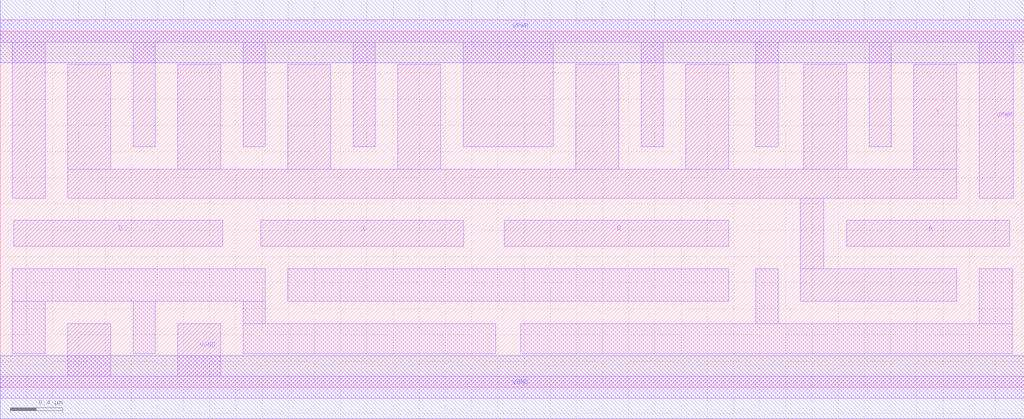
<source format=lef>
# Copyright 2020 The SkyWater PDK Authors
#
# Licensed under the Apache License, Version 2.0 (the "License");
# you may not use this file except in compliance with the License.
# You may obtain a copy of the License at
#
#     https://www.apache.org/licenses/LICENSE-2.0
#
# Unless required by applicable law or agreed to in writing, software
# distributed under the License is distributed on an "AS IS" BASIS,
# WITHOUT WARRANTIES OR CONDITIONS OF ANY KIND, either express or implied.
# See the License for the specific language governing permissions and
# limitations under the License.
#
# SPDX-License-Identifier: Apache-2.0

VERSION 5.5 ;
NAMESCASESENSITIVE ON ;
BUSBITCHARS "[]" ;
DIVIDERCHAR "/" ;
MACRO sky130_fd_sc_hd__nand4_4
  CLASS CORE ;
  SOURCE USER ;
  ORIGIN  0.000000  0.000000 ;
  SIZE  7.820000 BY  2.720000 ;
  SYMMETRY X Y R90 ;
  SITE unithd ;
  PIN A
    ANTENNAGATEAREA  0.990000 ;
    DIRECTION INPUT ;
    USE SIGNAL ;
    PORT
      LAYER li1 ;
        RECT 6.465000 1.075000 7.710000 1.275000 ;
    END
  END A
  PIN B
    ANTENNAGATEAREA  0.990000 ;
    DIRECTION INPUT ;
    USE SIGNAL ;
    PORT
      LAYER li1 ;
        RECT 3.850000 1.075000 5.565000 1.275000 ;
    END
  END B
  PIN C
    ANTENNAGATEAREA  0.990000 ;
    DIRECTION INPUT ;
    USE SIGNAL ;
    PORT
      LAYER li1 ;
        RECT 1.990000 1.075000 3.540000 1.275000 ;
    END
  END C
  PIN D
    ANTENNAGATEAREA  0.990000 ;
    DIRECTION INPUT ;
    USE SIGNAL ;
    PORT
      LAYER li1 ;
        RECT 0.105000 1.075000 1.700000 1.275000 ;
    END
  END D
  PIN Y
    ANTENNADIFFAREA  2.511000 ;
    DIRECTION OUTPUT ;
    USE SIGNAL ;
    PORT
      LAYER li1 ;
        RECT 0.515000 1.445000 7.305000 1.665000 ;
        RECT 0.515000 1.665000 0.845000 2.465000 ;
        RECT 1.355000 1.665000 1.685000 2.465000 ;
        RECT 2.195000 1.665000 2.525000 2.465000 ;
        RECT 3.035000 1.665000 3.365000 2.465000 ;
        RECT 4.395000 1.665000 4.725000 2.465000 ;
        RECT 5.235000 1.665000 5.565000 2.465000 ;
        RECT 6.110000 0.655000 7.305000 0.905000 ;
        RECT 6.110000 0.905000 6.290000 1.445000 ;
        RECT 6.135000 1.665000 6.465000 2.465000 ;
        RECT 6.975000 1.665000 7.305000 2.465000 ;
    END
  END Y
  PIN VGND
    DIRECTION INOUT ;
    SHAPE ABUTMENT ;
    USE GROUND ;
    PORT
      LAYER li1 ;
        RECT 0.000000 -0.085000 7.820000 0.085000 ;
        RECT 0.515000  0.085000 0.845000 0.485000 ;
        RECT 1.355000  0.085000 1.685000 0.485000 ;
    END
    PORT
      LAYER met1 ;
        RECT 0.000000 -0.240000 7.820000 0.240000 ;
    END
  END VGND
  PIN VPWR
    DIRECTION INOUT ;
    SHAPE ABUTMENT ;
    USE POWER ;
    PORT
      LAYER li1 ;
        RECT 0.000000 2.635000 7.820000 2.805000 ;
        RECT 0.090000 1.445000 0.345000 2.635000 ;
        RECT 1.015000 1.835000 1.185000 2.635000 ;
        RECT 1.855000 1.835000 2.025000 2.635000 ;
        RECT 2.695000 1.835000 2.865000 2.635000 ;
        RECT 3.535000 1.835000 4.225000 2.635000 ;
        RECT 4.895000 1.835000 5.065000 2.635000 ;
        RECT 5.770000 1.835000 5.940000 2.635000 ;
        RECT 6.635000 1.835000 6.805000 2.635000 ;
        RECT 7.475000 1.445000 7.735000 2.635000 ;
    END
    PORT
      LAYER met1 ;
        RECT 0.000000 2.480000 7.820000 2.960000 ;
    END
  END VPWR
  OBS
    LAYER li1 ;
      RECT 0.090000 0.255000 0.345000 0.655000 ;
      RECT 0.090000 0.655000 2.025000 0.905000 ;
      RECT 1.015000 0.255000 1.185000 0.655000 ;
      RECT 1.855000 0.255000 3.785000 0.485000 ;
      RECT 1.855000 0.485000 2.025000 0.655000 ;
      RECT 2.195000 0.655000 5.565000 0.905000 ;
      RECT 3.975000 0.255000 7.730000 0.485000 ;
      RECT 5.770000 0.485000 5.940000 0.905000 ;
      RECT 7.475000 0.485000 7.730000 0.905000 ;
  END
END sky130_fd_sc_hd__nand4_4
END LIBRARY

</source>
